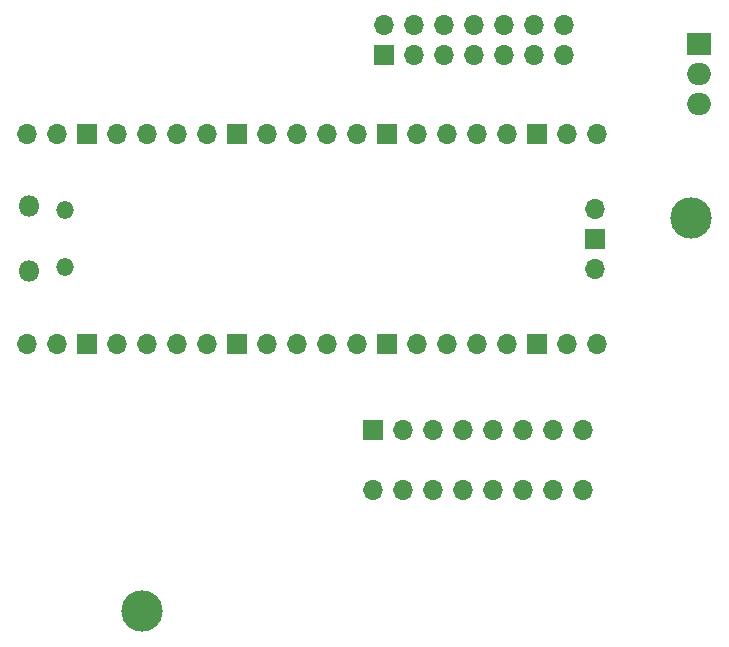
<source format=gbs>
G04 #@! TF.GenerationSoftware,KiCad,Pcbnew,(6.0.4)*
G04 #@! TF.CreationDate,2023-05-30T12:53:04+02:00*
G04 #@! TF.ProjectId,MicroPicoDrive,4d696372-6f50-4696-936f-44726976652e,rev?*
G04 #@! TF.SameCoordinates,Original*
G04 #@! TF.FileFunction,Soldermask,Bot*
G04 #@! TF.FilePolarity,Negative*
%FSLAX46Y46*%
G04 Gerber Fmt 4.6, Leading zero omitted, Abs format (unit mm)*
G04 Created by KiCad (PCBNEW (6.0.4)) date 2023-05-30 12:53:04*
%MOMM*%
%LPD*%
G01*
G04 APERTURE LIST*
%ADD10C,3.500000*%
%ADD11O,1.500000X1.500000*%
%ADD12O,1.800000X1.800000*%
%ADD13O,1.700000X1.700000*%
%ADD14R,1.700000X1.700000*%
%ADD15R,2.000000X1.905000*%
%ADD16O,2.000000X1.905000*%
G04 APERTURE END LIST*
D10*
X126315000Y-125700000D03*
D11*
X119795000Y-96600000D03*
X119795000Y-91750000D03*
D12*
X116765000Y-96900000D03*
X116765000Y-91450000D03*
D13*
X116635000Y-103065000D03*
X119175000Y-103065000D03*
D14*
X121715000Y-103065000D03*
D13*
X124255000Y-103065000D03*
X126795000Y-103065000D03*
X129335000Y-103065000D03*
X131875000Y-103065000D03*
D14*
X134415000Y-103065000D03*
D13*
X136955000Y-103065000D03*
X139495000Y-103065000D03*
X142035000Y-103065000D03*
X144575000Y-103065000D03*
D14*
X147115000Y-103065000D03*
D13*
X149655000Y-103065000D03*
X152195000Y-103065000D03*
X154735000Y-103065000D03*
X157275000Y-103065000D03*
D14*
X159815000Y-103065000D03*
D13*
X162355000Y-103065000D03*
X164895000Y-103065000D03*
X164895000Y-85285000D03*
X162355000Y-85285000D03*
D14*
X159815000Y-85285000D03*
D13*
X157275000Y-85285000D03*
X154735000Y-85285000D03*
X152195000Y-85285000D03*
X149655000Y-85285000D03*
D14*
X147115000Y-85285000D03*
D13*
X144575000Y-85285000D03*
X142035000Y-85285000D03*
X139495000Y-85285000D03*
X136955000Y-85285000D03*
D14*
X134415000Y-85285000D03*
D13*
X131875000Y-85285000D03*
X129335000Y-85285000D03*
X126795000Y-85285000D03*
X124255000Y-85285000D03*
D14*
X121715000Y-85285000D03*
D13*
X119175000Y-85285000D03*
X116635000Y-85285000D03*
X164665000Y-96715000D03*
D14*
X164665000Y-94175000D03*
D13*
X164665000Y-91635000D03*
D14*
X146850000Y-78625000D03*
D13*
X146850000Y-76085000D03*
X149390000Y-78625000D03*
X149390000Y-76085000D03*
X151930000Y-78625000D03*
X151930000Y-76085000D03*
X154470000Y-78625000D03*
X154470000Y-76085000D03*
X157010000Y-78625000D03*
X157010000Y-76085000D03*
X159550000Y-78625000D03*
X159550000Y-76085000D03*
X162090000Y-78625000D03*
X162090000Y-76085000D03*
D15*
X173495000Y-77660000D03*
D16*
X173495000Y-80200000D03*
X173495000Y-82740000D03*
D14*
X145875000Y-110375000D03*
D13*
X145875000Y-115455000D03*
X148415000Y-110375000D03*
X148415000Y-115455000D03*
X150955000Y-110375000D03*
X150955000Y-115455000D03*
X153495000Y-110375000D03*
X153495000Y-115455000D03*
X156035000Y-110375000D03*
X156035000Y-115455000D03*
X158575000Y-110375000D03*
X158575000Y-115455000D03*
X161115000Y-110375000D03*
X161115000Y-115455000D03*
X163655000Y-110375000D03*
X163655000Y-115455000D03*
D10*
X172815000Y-92450000D03*
M02*

</source>
